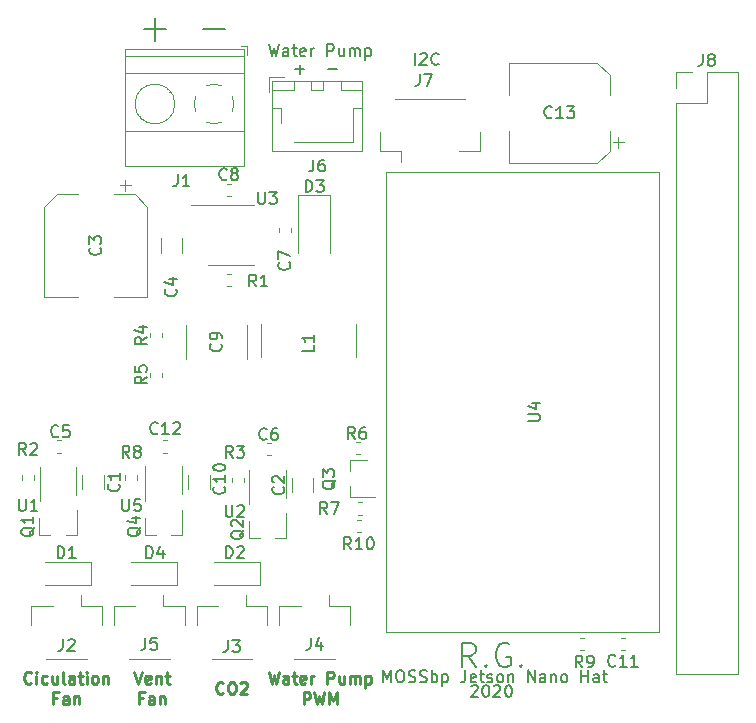
<source format=gbr>
G04 #@! TF.GenerationSoftware,KiCad,Pcbnew,5.1.5-52549c5~84~ubuntu18.04.1*
G04 #@! TF.CreationDate,2020-01-27T13:55:18+13:00*
G04 #@! TF.ProjectId,MOSSbp_Jetson_Nano_Board,4d4f5353-6270-45f4-9a65-74736f6e5f4e,V0.1*
G04 #@! TF.SameCoordinates,Original*
G04 #@! TF.FileFunction,Legend,Top*
G04 #@! TF.FilePolarity,Positive*
%FSLAX46Y46*%
G04 Gerber Fmt 4.6, Leading zero omitted, Abs format (unit mm)*
G04 Created by KiCad (PCBNEW 5.1.5-52549c5~84~ubuntu18.04.1) date 2020-01-27 13:55:18*
%MOMM*%
%LPD*%
G04 APERTURE LIST*
%ADD10C,0.150000*%
%ADD11C,0.250000*%
%ADD12C,0.120000*%
G04 APERTURE END LIST*
D10*
X153785714Y-117547619D02*
X153833333Y-117500000D01*
X153928571Y-117452380D01*
X154166666Y-117452380D01*
X154261904Y-117500000D01*
X154309523Y-117547619D01*
X154357142Y-117642857D01*
X154357142Y-117738095D01*
X154309523Y-117880952D01*
X153738095Y-118452380D01*
X154357142Y-118452380D01*
X154976190Y-117452380D02*
X155071428Y-117452380D01*
X155166666Y-117500000D01*
X155214285Y-117547619D01*
X155261904Y-117642857D01*
X155309523Y-117833333D01*
X155309523Y-118071428D01*
X155261904Y-118261904D01*
X155214285Y-118357142D01*
X155166666Y-118404761D01*
X155071428Y-118452380D01*
X154976190Y-118452380D01*
X154880952Y-118404761D01*
X154833333Y-118357142D01*
X154785714Y-118261904D01*
X154738095Y-118071428D01*
X154738095Y-117833333D01*
X154785714Y-117642857D01*
X154833333Y-117547619D01*
X154880952Y-117500000D01*
X154976190Y-117452380D01*
X155690476Y-117547619D02*
X155738095Y-117500000D01*
X155833333Y-117452380D01*
X156071428Y-117452380D01*
X156166666Y-117500000D01*
X156214285Y-117547619D01*
X156261904Y-117642857D01*
X156261904Y-117738095D01*
X156214285Y-117880952D01*
X155642857Y-118452380D01*
X156261904Y-118452380D01*
X156880952Y-117452380D02*
X156976190Y-117452380D01*
X157071428Y-117500000D01*
X157119047Y-117547619D01*
X157166666Y-117642857D01*
X157214285Y-117833333D01*
X157214285Y-118071428D01*
X157166666Y-118261904D01*
X157119047Y-118357142D01*
X157071428Y-118404761D01*
X156976190Y-118452380D01*
X156880952Y-118452380D01*
X156785714Y-118404761D01*
X156738095Y-118357142D01*
X156690476Y-118261904D01*
X156642857Y-118071428D01*
X156642857Y-117833333D01*
X156690476Y-117642857D01*
X156738095Y-117547619D01*
X156785714Y-117500000D01*
X156880952Y-117452380D01*
X146345238Y-117202380D02*
X146345238Y-116202380D01*
X146678571Y-116916666D01*
X147011904Y-116202380D01*
X147011904Y-117202380D01*
X147678571Y-116202380D02*
X147869047Y-116202380D01*
X147964285Y-116250000D01*
X148059523Y-116345238D01*
X148107142Y-116535714D01*
X148107142Y-116869047D01*
X148059523Y-117059523D01*
X147964285Y-117154761D01*
X147869047Y-117202380D01*
X147678571Y-117202380D01*
X147583333Y-117154761D01*
X147488095Y-117059523D01*
X147440476Y-116869047D01*
X147440476Y-116535714D01*
X147488095Y-116345238D01*
X147583333Y-116250000D01*
X147678571Y-116202380D01*
X148488095Y-117154761D02*
X148630952Y-117202380D01*
X148869047Y-117202380D01*
X148964285Y-117154761D01*
X149011904Y-117107142D01*
X149059523Y-117011904D01*
X149059523Y-116916666D01*
X149011904Y-116821428D01*
X148964285Y-116773809D01*
X148869047Y-116726190D01*
X148678571Y-116678571D01*
X148583333Y-116630952D01*
X148535714Y-116583333D01*
X148488095Y-116488095D01*
X148488095Y-116392857D01*
X148535714Y-116297619D01*
X148583333Y-116250000D01*
X148678571Y-116202380D01*
X148916666Y-116202380D01*
X149059523Y-116250000D01*
X149440476Y-117154761D02*
X149583333Y-117202380D01*
X149821428Y-117202380D01*
X149916666Y-117154761D01*
X149964285Y-117107142D01*
X150011904Y-117011904D01*
X150011904Y-116916666D01*
X149964285Y-116821428D01*
X149916666Y-116773809D01*
X149821428Y-116726190D01*
X149630952Y-116678571D01*
X149535714Y-116630952D01*
X149488095Y-116583333D01*
X149440476Y-116488095D01*
X149440476Y-116392857D01*
X149488095Y-116297619D01*
X149535714Y-116250000D01*
X149630952Y-116202380D01*
X149869047Y-116202380D01*
X150011904Y-116250000D01*
X150440476Y-117202380D02*
X150440476Y-116202380D01*
X150440476Y-116583333D02*
X150535714Y-116535714D01*
X150726190Y-116535714D01*
X150821428Y-116583333D01*
X150869047Y-116630952D01*
X150916666Y-116726190D01*
X150916666Y-117011904D01*
X150869047Y-117107142D01*
X150821428Y-117154761D01*
X150726190Y-117202380D01*
X150535714Y-117202380D01*
X150440476Y-117154761D01*
X151345238Y-116535714D02*
X151345238Y-117535714D01*
X151345238Y-116583333D02*
X151440476Y-116535714D01*
X151630952Y-116535714D01*
X151726190Y-116583333D01*
X151773809Y-116630952D01*
X151821428Y-116726190D01*
X151821428Y-117011904D01*
X151773809Y-117107142D01*
X151726190Y-117154761D01*
X151630952Y-117202380D01*
X151440476Y-117202380D01*
X151345238Y-117154761D01*
X153297619Y-116202380D02*
X153297619Y-116916666D01*
X153250000Y-117059523D01*
X153154761Y-117154761D01*
X153011904Y-117202380D01*
X152916666Y-117202380D01*
X154154761Y-117154761D02*
X154059523Y-117202380D01*
X153869047Y-117202380D01*
X153773809Y-117154761D01*
X153726190Y-117059523D01*
X153726190Y-116678571D01*
X153773809Y-116583333D01*
X153869047Y-116535714D01*
X154059523Y-116535714D01*
X154154761Y-116583333D01*
X154202380Y-116678571D01*
X154202380Y-116773809D01*
X153726190Y-116869047D01*
X154488095Y-116535714D02*
X154869047Y-116535714D01*
X154630952Y-116202380D02*
X154630952Y-117059523D01*
X154678571Y-117154761D01*
X154773809Y-117202380D01*
X154869047Y-117202380D01*
X155154761Y-117154761D02*
X155250000Y-117202380D01*
X155440476Y-117202380D01*
X155535714Y-117154761D01*
X155583333Y-117059523D01*
X155583333Y-117011904D01*
X155535714Y-116916666D01*
X155440476Y-116869047D01*
X155297619Y-116869047D01*
X155202380Y-116821428D01*
X155154761Y-116726190D01*
X155154761Y-116678571D01*
X155202380Y-116583333D01*
X155297619Y-116535714D01*
X155440476Y-116535714D01*
X155535714Y-116583333D01*
X156154761Y-117202380D02*
X156059523Y-117154761D01*
X156011904Y-117107142D01*
X155964285Y-117011904D01*
X155964285Y-116726190D01*
X156011904Y-116630952D01*
X156059523Y-116583333D01*
X156154761Y-116535714D01*
X156297619Y-116535714D01*
X156392857Y-116583333D01*
X156440476Y-116630952D01*
X156488095Y-116726190D01*
X156488095Y-117011904D01*
X156440476Y-117107142D01*
X156392857Y-117154761D01*
X156297619Y-117202380D01*
X156154761Y-117202380D01*
X156916666Y-116535714D02*
X156916666Y-117202380D01*
X156916666Y-116630952D02*
X156964285Y-116583333D01*
X157059523Y-116535714D01*
X157202380Y-116535714D01*
X157297619Y-116583333D01*
X157345238Y-116678571D01*
X157345238Y-117202380D01*
X158583333Y-117202380D02*
X158583333Y-116202380D01*
X159154761Y-117202380D01*
X159154761Y-116202380D01*
X160059523Y-117202380D02*
X160059523Y-116678571D01*
X160011904Y-116583333D01*
X159916666Y-116535714D01*
X159726190Y-116535714D01*
X159630952Y-116583333D01*
X160059523Y-117154761D02*
X159964285Y-117202380D01*
X159726190Y-117202380D01*
X159630952Y-117154761D01*
X159583333Y-117059523D01*
X159583333Y-116964285D01*
X159630952Y-116869047D01*
X159726190Y-116821428D01*
X159964285Y-116821428D01*
X160059523Y-116773809D01*
X160535714Y-116535714D02*
X160535714Y-117202380D01*
X160535714Y-116630952D02*
X160583333Y-116583333D01*
X160678571Y-116535714D01*
X160821428Y-116535714D01*
X160916666Y-116583333D01*
X160964285Y-116678571D01*
X160964285Y-117202380D01*
X161583333Y-117202380D02*
X161488095Y-117154761D01*
X161440476Y-117107142D01*
X161392857Y-117011904D01*
X161392857Y-116726190D01*
X161440476Y-116630952D01*
X161488095Y-116583333D01*
X161583333Y-116535714D01*
X161726190Y-116535714D01*
X161821428Y-116583333D01*
X161869047Y-116630952D01*
X161916666Y-116726190D01*
X161916666Y-117011904D01*
X161869047Y-117107142D01*
X161821428Y-117154761D01*
X161726190Y-117202380D01*
X161583333Y-117202380D01*
X163107142Y-117202380D02*
X163107142Y-116202380D01*
X163107142Y-116678571D02*
X163678571Y-116678571D01*
X163678571Y-117202380D02*
X163678571Y-116202380D01*
X164583333Y-117202380D02*
X164583333Y-116678571D01*
X164535714Y-116583333D01*
X164440476Y-116535714D01*
X164250000Y-116535714D01*
X164154761Y-116583333D01*
X164583333Y-117154761D02*
X164488095Y-117202380D01*
X164250000Y-117202380D01*
X164154761Y-117154761D01*
X164107142Y-117059523D01*
X164107142Y-116964285D01*
X164154761Y-116869047D01*
X164250000Y-116821428D01*
X164488095Y-116821428D01*
X164583333Y-116773809D01*
X164916666Y-116535714D02*
X165297619Y-116535714D01*
X165059523Y-116202380D02*
X165059523Y-117059523D01*
X165107142Y-117154761D01*
X165202380Y-117202380D01*
X165297619Y-117202380D01*
X154166666Y-115904761D02*
X153500000Y-114952380D01*
X153023809Y-115904761D02*
X153023809Y-113904761D01*
X153785714Y-113904761D01*
X153976190Y-114000000D01*
X154071428Y-114095238D01*
X154166666Y-114285714D01*
X154166666Y-114571428D01*
X154071428Y-114761904D01*
X153976190Y-114857142D01*
X153785714Y-114952380D01*
X153023809Y-114952380D01*
X155023809Y-115714285D02*
X155119047Y-115809523D01*
X155023809Y-115904761D01*
X154928571Y-115809523D01*
X155023809Y-115714285D01*
X155023809Y-115904761D01*
X157023809Y-114000000D02*
X156833333Y-113904761D01*
X156547619Y-113904761D01*
X156261904Y-114000000D01*
X156071428Y-114190476D01*
X155976190Y-114380952D01*
X155880952Y-114761904D01*
X155880952Y-115047619D01*
X155976190Y-115428571D01*
X156071428Y-115619047D01*
X156261904Y-115809523D01*
X156547619Y-115904761D01*
X156738095Y-115904761D01*
X157023809Y-115809523D01*
X157119047Y-115714285D01*
X157119047Y-115047619D01*
X156738095Y-115047619D01*
X157976190Y-115714285D02*
X158071428Y-115809523D01*
X157976190Y-115904761D01*
X157880952Y-115809523D01*
X157976190Y-115714285D01*
X157976190Y-115904761D01*
X141619047Y-65321428D02*
X142380952Y-65321428D01*
X138869047Y-65321428D02*
X139630952Y-65321428D01*
X139250000Y-65702380D02*
X139250000Y-64940476D01*
D11*
X136642857Y-116327380D02*
X136880952Y-117327380D01*
X137071428Y-116613095D01*
X137261904Y-117327380D01*
X137500000Y-116327380D01*
X138309523Y-117327380D02*
X138309523Y-116803571D01*
X138261904Y-116708333D01*
X138166666Y-116660714D01*
X137976190Y-116660714D01*
X137880952Y-116708333D01*
X138309523Y-117279761D02*
X138214285Y-117327380D01*
X137976190Y-117327380D01*
X137880952Y-117279761D01*
X137833333Y-117184523D01*
X137833333Y-117089285D01*
X137880952Y-116994047D01*
X137976190Y-116946428D01*
X138214285Y-116946428D01*
X138309523Y-116898809D01*
X138642857Y-116660714D02*
X139023809Y-116660714D01*
X138785714Y-116327380D02*
X138785714Y-117184523D01*
X138833333Y-117279761D01*
X138928571Y-117327380D01*
X139023809Y-117327380D01*
X139738095Y-117279761D02*
X139642857Y-117327380D01*
X139452380Y-117327380D01*
X139357142Y-117279761D01*
X139309523Y-117184523D01*
X139309523Y-116803571D01*
X139357142Y-116708333D01*
X139452380Y-116660714D01*
X139642857Y-116660714D01*
X139738095Y-116708333D01*
X139785714Y-116803571D01*
X139785714Y-116898809D01*
X139309523Y-116994047D01*
X140214285Y-117327380D02*
X140214285Y-116660714D01*
X140214285Y-116851190D02*
X140261904Y-116755952D01*
X140309523Y-116708333D01*
X140404761Y-116660714D01*
X140500000Y-116660714D01*
X141595238Y-117327380D02*
X141595238Y-116327380D01*
X141976190Y-116327380D01*
X142071428Y-116375000D01*
X142119047Y-116422619D01*
X142166666Y-116517857D01*
X142166666Y-116660714D01*
X142119047Y-116755952D01*
X142071428Y-116803571D01*
X141976190Y-116851190D01*
X141595238Y-116851190D01*
X143023809Y-116660714D02*
X143023809Y-117327380D01*
X142595238Y-116660714D02*
X142595238Y-117184523D01*
X142642857Y-117279761D01*
X142738095Y-117327380D01*
X142880952Y-117327380D01*
X142976190Y-117279761D01*
X143023809Y-117232142D01*
X143500000Y-117327380D02*
X143500000Y-116660714D01*
X143500000Y-116755952D02*
X143547619Y-116708333D01*
X143642857Y-116660714D01*
X143785714Y-116660714D01*
X143880952Y-116708333D01*
X143928571Y-116803571D01*
X143928571Y-117327380D01*
X143928571Y-116803571D02*
X143976190Y-116708333D01*
X144071428Y-116660714D01*
X144214285Y-116660714D01*
X144309523Y-116708333D01*
X144357142Y-116803571D01*
X144357142Y-117327380D01*
X144833333Y-116660714D02*
X144833333Y-117660714D01*
X144833333Y-116708333D02*
X144928571Y-116660714D01*
X145119047Y-116660714D01*
X145214285Y-116708333D01*
X145261904Y-116755952D01*
X145309523Y-116851190D01*
X145309523Y-117136904D01*
X145261904Y-117232142D01*
X145214285Y-117279761D01*
X145119047Y-117327380D01*
X144928571Y-117327380D01*
X144833333Y-117279761D01*
X139595238Y-119077380D02*
X139595238Y-118077380D01*
X139976190Y-118077380D01*
X140071428Y-118125000D01*
X140119047Y-118172619D01*
X140166666Y-118267857D01*
X140166666Y-118410714D01*
X140119047Y-118505952D01*
X140071428Y-118553571D01*
X139976190Y-118601190D01*
X139595238Y-118601190D01*
X140500000Y-118077380D02*
X140738095Y-119077380D01*
X140928571Y-118363095D01*
X141119047Y-119077380D01*
X141357142Y-118077380D01*
X141738095Y-119077380D02*
X141738095Y-118077380D01*
X142071428Y-118791666D01*
X142404761Y-118077380D01*
X142404761Y-119077380D01*
X132809523Y-118107142D02*
X132761904Y-118154761D01*
X132619047Y-118202380D01*
X132523809Y-118202380D01*
X132380952Y-118154761D01*
X132285714Y-118059523D01*
X132238095Y-117964285D01*
X132190476Y-117773809D01*
X132190476Y-117630952D01*
X132238095Y-117440476D01*
X132285714Y-117345238D01*
X132380952Y-117250000D01*
X132523809Y-117202380D01*
X132619047Y-117202380D01*
X132761904Y-117250000D01*
X132809523Y-117297619D01*
X133428571Y-117202380D02*
X133619047Y-117202380D01*
X133714285Y-117250000D01*
X133809523Y-117345238D01*
X133857142Y-117535714D01*
X133857142Y-117869047D01*
X133809523Y-118059523D01*
X133714285Y-118154761D01*
X133619047Y-118202380D01*
X133428571Y-118202380D01*
X133333333Y-118154761D01*
X133238095Y-118059523D01*
X133190476Y-117869047D01*
X133190476Y-117535714D01*
X133238095Y-117345238D01*
X133333333Y-117250000D01*
X133428571Y-117202380D01*
X134238095Y-117297619D02*
X134285714Y-117250000D01*
X134380952Y-117202380D01*
X134619047Y-117202380D01*
X134714285Y-117250000D01*
X134761904Y-117297619D01*
X134809523Y-117392857D01*
X134809523Y-117488095D01*
X134761904Y-117630952D01*
X134190476Y-118202380D01*
X134809523Y-118202380D01*
X125250000Y-116327380D02*
X125583333Y-117327380D01*
X125916666Y-116327380D01*
X126630952Y-117279761D02*
X126535714Y-117327380D01*
X126345238Y-117327380D01*
X126250000Y-117279761D01*
X126202380Y-117184523D01*
X126202380Y-116803571D01*
X126250000Y-116708333D01*
X126345238Y-116660714D01*
X126535714Y-116660714D01*
X126630952Y-116708333D01*
X126678571Y-116803571D01*
X126678571Y-116898809D01*
X126202380Y-116994047D01*
X127107142Y-116660714D02*
X127107142Y-117327380D01*
X127107142Y-116755952D02*
X127154761Y-116708333D01*
X127250000Y-116660714D01*
X127392857Y-116660714D01*
X127488095Y-116708333D01*
X127535714Y-116803571D01*
X127535714Y-117327380D01*
X127869047Y-116660714D02*
X128250000Y-116660714D01*
X128011904Y-116327380D02*
X128011904Y-117184523D01*
X128059523Y-117279761D01*
X128154761Y-117327380D01*
X128250000Y-117327380D01*
X125988095Y-118553571D02*
X125654761Y-118553571D01*
X125654761Y-119077380D02*
X125654761Y-118077380D01*
X126130952Y-118077380D01*
X126940476Y-119077380D02*
X126940476Y-118553571D01*
X126892857Y-118458333D01*
X126797619Y-118410714D01*
X126607142Y-118410714D01*
X126511904Y-118458333D01*
X126940476Y-119029761D02*
X126845238Y-119077380D01*
X126607142Y-119077380D01*
X126511904Y-119029761D01*
X126464285Y-118934523D01*
X126464285Y-118839285D01*
X126511904Y-118744047D01*
X126607142Y-118696428D01*
X126845238Y-118696428D01*
X126940476Y-118648809D01*
X127416666Y-118410714D02*
X127416666Y-119077380D01*
X127416666Y-118505952D02*
X127464285Y-118458333D01*
X127559523Y-118410714D01*
X127702380Y-118410714D01*
X127797619Y-118458333D01*
X127845238Y-118553571D01*
X127845238Y-119077380D01*
X116547619Y-117232142D02*
X116500000Y-117279761D01*
X116357142Y-117327380D01*
X116261904Y-117327380D01*
X116119047Y-117279761D01*
X116023809Y-117184523D01*
X115976190Y-117089285D01*
X115928571Y-116898809D01*
X115928571Y-116755952D01*
X115976190Y-116565476D01*
X116023809Y-116470238D01*
X116119047Y-116375000D01*
X116261904Y-116327380D01*
X116357142Y-116327380D01*
X116500000Y-116375000D01*
X116547619Y-116422619D01*
X116976190Y-117327380D02*
X116976190Y-116660714D01*
X116976190Y-116327380D02*
X116928571Y-116375000D01*
X116976190Y-116422619D01*
X117023809Y-116375000D01*
X116976190Y-116327380D01*
X116976190Y-116422619D01*
X117880952Y-117279761D02*
X117785714Y-117327380D01*
X117595238Y-117327380D01*
X117500000Y-117279761D01*
X117452380Y-117232142D01*
X117404761Y-117136904D01*
X117404761Y-116851190D01*
X117452380Y-116755952D01*
X117500000Y-116708333D01*
X117595238Y-116660714D01*
X117785714Y-116660714D01*
X117880952Y-116708333D01*
X118738095Y-116660714D02*
X118738095Y-117327380D01*
X118309523Y-116660714D02*
X118309523Y-117184523D01*
X118357142Y-117279761D01*
X118452380Y-117327380D01*
X118595238Y-117327380D01*
X118690476Y-117279761D01*
X118738095Y-117232142D01*
X119357142Y-117327380D02*
X119261904Y-117279761D01*
X119214285Y-117184523D01*
X119214285Y-116327380D01*
X120166666Y-117327380D02*
X120166666Y-116803571D01*
X120119047Y-116708333D01*
X120023809Y-116660714D01*
X119833333Y-116660714D01*
X119738095Y-116708333D01*
X120166666Y-117279761D02*
X120071428Y-117327380D01*
X119833333Y-117327380D01*
X119738095Y-117279761D01*
X119690476Y-117184523D01*
X119690476Y-117089285D01*
X119738095Y-116994047D01*
X119833333Y-116946428D01*
X120071428Y-116946428D01*
X120166666Y-116898809D01*
X120500000Y-116660714D02*
X120880952Y-116660714D01*
X120642857Y-116327380D02*
X120642857Y-117184523D01*
X120690476Y-117279761D01*
X120785714Y-117327380D01*
X120880952Y-117327380D01*
X121214285Y-117327380D02*
X121214285Y-116660714D01*
X121214285Y-116327380D02*
X121166666Y-116375000D01*
X121214285Y-116422619D01*
X121261904Y-116375000D01*
X121214285Y-116327380D01*
X121214285Y-116422619D01*
X121833333Y-117327380D02*
X121738095Y-117279761D01*
X121690476Y-117232142D01*
X121642857Y-117136904D01*
X121642857Y-116851190D01*
X121690476Y-116755952D01*
X121738095Y-116708333D01*
X121833333Y-116660714D01*
X121976190Y-116660714D01*
X122071428Y-116708333D01*
X122119047Y-116755952D01*
X122166666Y-116851190D01*
X122166666Y-117136904D01*
X122119047Y-117232142D01*
X122071428Y-117279761D01*
X121976190Y-117327380D01*
X121833333Y-117327380D01*
X122595238Y-116660714D02*
X122595238Y-117327380D01*
X122595238Y-116755952D02*
X122642857Y-116708333D01*
X122738095Y-116660714D01*
X122880952Y-116660714D01*
X122976190Y-116708333D01*
X123023809Y-116803571D01*
X123023809Y-117327380D01*
X118738095Y-118553571D02*
X118404761Y-118553571D01*
X118404761Y-119077380D02*
X118404761Y-118077380D01*
X118880952Y-118077380D01*
X119690476Y-119077380D02*
X119690476Y-118553571D01*
X119642857Y-118458333D01*
X119547619Y-118410714D01*
X119357142Y-118410714D01*
X119261904Y-118458333D01*
X119690476Y-119029761D02*
X119595238Y-119077380D01*
X119357142Y-119077380D01*
X119261904Y-119029761D01*
X119214285Y-118934523D01*
X119214285Y-118839285D01*
X119261904Y-118744047D01*
X119357142Y-118696428D01*
X119595238Y-118696428D01*
X119690476Y-118648809D01*
X120166666Y-118410714D02*
X120166666Y-119077380D01*
X120166666Y-118505952D02*
X120214285Y-118458333D01*
X120309523Y-118410714D01*
X120452380Y-118410714D01*
X120547619Y-118458333D01*
X120595238Y-118553571D01*
X120595238Y-119077380D01*
D10*
X149023809Y-64952380D02*
X149023809Y-63952380D01*
X149452380Y-64047619D02*
X149500000Y-64000000D01*
X149595238Y-63952380D01*
X149833333Y-63952380D01*
X149928571Y-64000000D01*
X149976190Y-64047619D01*
X150023809Y-64142857D01*
X150023809Y-64238095D01*
X149976190Y-64380952D01*
X149404761Y-64952380D01*
X150023809Y-64952380D01*
X151023809Y-64857142D02*
X150976190Y-64904761D01*
X150833333Y-64952380D01*
X150738095Y-64952380D01*
X150595238Y-64904761D01*
X150500000Y-64809523D01*
X150452380Y-64714285D01*
X150404761Y-64523809D01*
X150404761Y-64380952D01*
X150452380Y-64190476D01*
X150500000Y-64095238D01*
X150595238Y-64000000D01*
X150738095Y-63952380D01*
X150833333Y-63952380D01*
X150976190Y-64000000D01*
X151023809Y-64047619D01*
X136642857Y-63202380D02*
X136880952Y-64202380D01*
X137071428Y-63488095D01*
X137261904Y-64202380D01*
X137500000Y-63202380D01*
X138309523Y-64202380D02*
X138309523Y-63678571D01*
X138261904Y-63583333D01*
X138166666Y-63535714D01*
X137976190Y-63535714D01*
X137880952Y-63583333D01*
X138309523Y-64154761D02*
X138214285Y-64202380D01*
X137976190Y-64202380D01*
X137880952Y-64154761D01*
X137833333Y-64059523D01*
X137833333Y-63964285D01*
X137880952Y-63869047D01*
X137976190Y-63821428D01*
X138214285Y-63821428D01*
X138309523Y-63773809D01*
X138642857Y-63535714D02*
X139023809Y-63535714D01*
X138785714Y-63202380D02*
X138785714Y-64059523D01*
X138833333Y-64154761D01*
X138928571Y-64202380D01*
X139023809Y-64202380D01*
X139738095Y-64154761D02*
X139642857Y-64202380D01*
X139452380Y-64202380D01*
X139357142Y-64154761D01*
X139309523Y-64059523D01*
X139309523Y-63678571D01*
X139357142Y-63583333D01*
X139452380Y-63535714D01*
X139642857Y-63535714D01*
X139738095Y-63583333D01*
X139785714Y-63678571D01*
X139785714Y-63773809D01*
X139309523Y-63869047D01*
X140214285Y-64202380D02*
X140214285Y-63535714D01*
X140214285Y-63726190D02*
X140261904Y-63630952D01*
X140309523Y-63583333D01*
X140404761Y-63535714D01*
X140500000Y-63535714D01*
X141595238Y-64202380D02*
X141595238Y-63202380D01*
X141976190Y-63202380D01*
X142071428Y-63250000D01*
X142119047Y-63297619D01*
X142166666Y-63392857D01*
X142166666Y-63535714D01*
X142119047Y-63630952D01*
X142071428Y-63678571D01*
X141976190Y-63726190D01*
X141595238Y-63726190D01*
X143023809Y-63535714D02*
X143023809Y-64202380D01*
X142595238Y-63535714D02*
X142595238Y-64059523D01*
X142642857Y-64154761D01*
X142738095Y-64202380D01*
X142880952Y-64202380D01*
X142976190Y-64154761D01*
X143023809Y-64107142D01*
X143500000Y-64202380D02*
X143500000Y-63535714D01*
X143500000Y-63630952D02*
X143547619Y-63583333D01*
X143642857Y-63535714D01*
X143785714Y-63535714D01*
X143880952Y-63583333D01*
X143928571Y-63678571D01*
X143928571Y-64202380D01*
X143928571Y-63678571D02*
X143976190Y-63583333D01*
X144071428Y-63535714D01*
X144214285Y-63535714D01*
X144309523Y-63583333D01*
X144357142Y-63678571D01*
X144357142Y-64202380D01*
X144833333Y-63535714D02*
X144833333Y-64535714D01*
X144833333Y-63583333D02*
X144928571Y-63535714D01*
X145119047Y-63535714D01*
X145214285Y-63583333D01*
X145261904Y-63630952D01*
X145309523Y-63726190D01*
X145309523Y-64011904D01*
X145261904Y-64107142D01*
X145214285Y-64154761D01*
X145119047Y-64202380D01*
X144928571Y-64202380D01*
X144833333Y-64154761D01*
X131047619Y-61928571D02*
X132952380Y-61928571D01*
X126047619Y-61928571D02*
X127952380Y-61928571D01*
X127000000Y-62880952D02*
X127000000Y-60976190D01*
D12*
X169650000Y-112970000D02*
X146540000Y-112970000D01*
X169650000Y-73980000D02*
X169650000Y-112970000D01*
X146540000Y-73980000D02*
X169650000Y-73980000D01*
X146540000Y-112970000D02*
X146540000Y-73980000D01*
X128900000Y-109000000D02*
X125000000Y-109000000D01*
X128900000Y-107000000D02*
X125000000Y-107000000D01*
X128900000Y-109000000D02*
X128900000Y-107000000D01*
X135900000Y-109000000D02*
X132000000Y-109000000D01*
X135900000Y-107000000D02*
X132000000Y-107000000D01*
X135900000Y-109000000D02*
X135900000Y-107000000D01*
X121600000Y-109000000D02*
X117700000Y-109000000D01*
X121600000Y-107000000D02*
X117700000Y-107000000D01*
X121600000Y-109000000D02*
X121600000Y-107000000D01*
X144000000Y-89640000D02*
X144000000Y-86840000D01*
X136000000Y-89640000D02*
X136000000Y-86840000D01*
X126200000Y-98900000D02*
X126200000Y-101850000D01*
X129300000Y-101300000D02*
X129300000Y-98900000D01*
X133480000Y-76780000D02*
X130030000Y-76780000D01*
X133480000Y-76780000D02*
X135430000Y-76780000D01*
X133480000Y-81900000D02*
X131530000Y-81900000D01*
X133480000Y-81900000D02*
X135430000Y-81900000D01*
X135000000Y-99200000D02*
X135000000Y-102150000D01*
X138100000Y-101600000D02*
X138100000Y-99200000D01*
X117250000Y-98950000D02*
X117250000Y-101900000D01*
X120350000Y-101350000D02*
X120350000Y-98950000D01*
X144421267Y-103490000D02*
X144078733Y-103490000D01*
X144421267Y-104510000D02*
X144078733Y-104510000D01*
X162953733Y-114510000D02*
X163296267Y-114510000D01*
X162953733Y-113490000D02*
X163296267Y-113490000D01*
X124490000Y-99703733D02*
X124490000Y-100046267D01*
X125510000Y-99703733D02*
X125510000Y-100046267D01*
X144203733Y-103010000D02*
X144546267Y-103010000D01*
X144203733Y-101990000D02*
X144546267Y-101990000D01*
X144396267Y-96890000D02*
X144053733Y-96890000D01*
X144396267Y-97910000D02*
X144053733Y-97910000D01*
X126620000Y-90993733D02*
X126620000Y-91336267D01*
X127640000Y-90993733D02*
X127640000Y-91336267D01*
X126620000Y-87663733D02*
X126620000Y-88006267D01*
X127640000Y-87663733D02*
X127640000Y-88006267D01*
X133490000Y-99953733D02*
X133490000Y-100296267D01*
X134510000Y-99953733D02*
X134510000Y-100296267D01*
X115740000Y-99703733D02*
X115740000Y-100046267D01*
X116760000Y-99703733D02*
X116760000Y-100046267D01*
X133068733Y-83660000D02*
X133411267Y-83660000D01*
X133068733Y-82640000D02*
X133411267Y-82640000D01*
X126170000Y-104760000D02*
X126170000Y-103300000D01*
X129330000Y-104760000D02*
X129330000Y-102600000D01*
X129330000Y-104760000D02*
X128400000Y-104760000D01*
X126170000Y-104760000D02*
X127100000Y-104760000D01*
X143490000Y-98370000D02*
X144950000Y-98370000D01*
X143490000Y-101530000D02*
X145650000Y-101530000D01*
X143490000Y-101530000D02*
X143490000Y-100600000D01*
X143490000Y-98370000D02*
X143490000Y-99300000D01*
X134970000Y-105010000D02*
X134970000Y-103550000D01*
X138130000Y-105010000D02*
X138130000Y-102850000D01*
X138130000Y-105010000D02*
X137200000Y-105010000D01*
X134970000Y-105010000D02*
X135900000Y-105010000D01*
X117220000Y-104760000D02*
X117220000Y-103300000D01*
X120380000Y-104760000D02*
X120380000Y-102600000D01*
X120380000Y-104760000D02*
X119450000Y-104760000D01*
X117220000Y-104760000D02*
X118150000Y-104760000D01*
X171130000Y-65570000D02*
X172460000Y-65570000D01*
X171130000Y-66900000D02*
X171130000Y-65570000D01*
X173730000Y-65570000D02*
X176330000Y-65570000D01*
X173730000Y-68170000D02*
X173730000Y-65570000D01*
X171130000Y-68170000D02*
X173730000Y-68170000D01*
X176330000Y-65570000D02*
X176330000Y-116490000D01*
X171130000Y-68170000D02*
X171130000Y-116490000D01*
X171130000Y-116490000D02*
X176330000Y-116490000D01*
X147310000Y-67790000D02*
X153240000Y-67790000D01*
X154510000Y-72260000D02*
X152710000Y-72260000D01*
X154510000Y-70660000D02*
X154510000Y-72260000D01*
X147840000Y-72260000D02*
X147840000Y-73200000D01*
X146040000Y-72260000D02*
X147840000Y-72260000D01*
X146040000Y-70660000D02*
X146040000Y-72260000D01*
X136650000Y-66000000D02*
X136650000Y-67250000D01*
X137900000Y-66000000D02*
X136650000Y-66000000D01*
X143800000Y-71500000D02*
X140750000Y-71500000D01*
X143800000Y-68550000D02*
X143800000Y-71500000D01*
X144550000Y-68550000D02*
X143800000Y-68550000D01*
X140750000Y-71500000D02*
X138760000Y-71500000D01*
X137700000Y-68550000D02*
X137700000Y-69890000D01*
X136950000Y-68550000D02*
X137700000Y-68550000D01*
X144550000Y-66300000D02*
X142750000Y-66300000D01*
X144550000Y-67050000D02*
X144550000Y-66300000D01*
X142750000Y-67050000D02*
X144550000Y-67050000D01*
X142750000Y-66300000D02*
X142750000Y-67050000D01*
X138750000Y-66300000D02*
X136950000Y-66300000D01*
X138750000Y-67050000D02*
X138750000Y-66300000D01*
X136950000Y-67050000D02*
X138750000Y-67050000D01*
X136950000Y-66300000D02*
X136950000Y-67050000D01*
X141250000Y-66300000D02*
X140250000Y-66300000D01*
X141250000Y-67050000D02*
X141250000Y-66300000D01*
X140250000Y-67050000D02*
X141250000Y-67050000D01*
X140250000Y-66300000D02*
X140250000Y-67050000D01*
X144560000Y-66290000D02*
X136940000Y-66290000D01*
X144560000Y-72260000D02*
X144560000Y-66290000D01*
X136940000Y-72260000D02*
X144560000Y-72260000D01*
X136940000Y-66290000D02*
X136940000Y-72260000D01*
X128240000Y-115210000D02*
X124810000Y-115210000D01*
X123540000Y-110740000D02*
X125340000Y-110740000D01*
X123540000Y-112340000D02*
X123540000Y-110740000D01*
X127710000Y-110740000D02*
X127710000Y-109800000D01*
X129510000Y-110740000D02*
X127710000Y-110740000D01*
X129510000Y-112340000D02*
X129510000Y-110740000D01*
X142240000Y-115210000D02*
X138810000Y-115210000D01*
X137540000Y-110740000D02*
X139340000Y-110740000D01*
X137540000Y-112340000D02*
X137540000Y-110740000D01*
X141710000Y-110740000D02*
X141710000Y-109800000D01*
X143510000Y-110740000D02*
X141710000Y-110740000D01*
X143510000Y-112340000D02*
X143510000Y-110740000D01*
X135240000Y-115210000D02*
X131810000Y-115210000D01*
X130540000Y-110740000D02*
X132340000Y-110740000D01*
X130540000Y-112340000D02*
X130540000Y-110740000D01*
X134710000Y-110740000D02*
X134710000Y-109800000D01*
X136510000Y-110740000D02*
X134710000Y-110740000D01*
X136510000Y-112340000D02*
X136510000Y-110740000D01*
X121240000Y-115210000D02*
X117810000Y-115210000D01*
X116540000Y-110740000D02*
X118340000Y-110740000D01*
X116540000Y-112340000D02*
X116540000Y-110740000D01*
X120710000Y-110740000D02*
X120710000Y-109800000D01*
X122510000Y-110740000D02*
X120710000Y-110740000D01*
X122510000Y-112340000D02*
X122510000Y-110740000D01*
X134800000Y-63350000D02*
X134300000Y-63350000D01*
X134800000Y-64090000D02*
X134800000Y-63350000D01*
X128227000Y-67227000D02*
X128274000Y-67181000D01*
X125930000Y-69525000D02*
X125965000Y-69489000D01*
X128034000Y-67011000D02*
X128069000Y-66976000D01*
X125725000Y-69319000D02*
X125772000Y-69273000D01*
X124440000Y-73511000D02*
X124440000Y-63590000D01*
X134560000Y-73511000D02*
X134560000Y-63590000D01*
X134560000Y-63590000D02*
X124440000Y-63590000D01*
X134560000Y-73511000D02*
X124440000Y-73511000D01*
X134560000Y-70551000D02*
X124440000Y-70551000D01*
X134560000Y-65650000D02*
X124440000Y-65650000D01*
X134560000Y-64150000D02*
X124440000Y-64150000D01*
X128680000Y-68250000D02*
G75*
G03X128680000Y-68250000I-1680000J0D01*
G01*
X131971195Y-66569747D02*
G75*
G02X132684000Y-66715000I28805J-1680253D01*
G01*
X133535426Y-67566958D02*
G75*
G02X133535000Y-68934000I-1535426J-683042D01*
G01*
X132683042Y-69785426D02*
G75*
G02X131316000Y-69785000I-683042J1535426D01*
G01*
X130464574Y-68933042D02*
G75*
G02X130465000Y-67566000I1535426J683042D01*
G01*
X131316682Y-66715244D02*
G75*
G02X132000000Y-66570000I683318J-1534756D01*
G01*
X141860000Y-75920000D02*
X141860000Y-80900000D01*
X139140000Y-75920000D02*
X139140000Y-80900000D01*
X141860000Y-75920000D02*
X139140000Y-75920000D01*
X166250000Y-72010000D02*
X166250000Y-71010000D01*
X166750000Y-71510000D02*
X165750000Y-71510000D01*
X165510000Y-65804437D02*
X164445563Y-64740000D01*
X165510000Y-72195563D02*
X164445563Y-73260000D01*
X165510000Y-72195563D02*
X165510000Y-70510000D01*
X165510000Y-65804437D02*
X165510000Y-67490000D01*
X164445563Y-64740000D02*
X156990000Y-64740000D01*
X164445563Y-73260000D02*
X156990000Y-73260000D01*
X156990000Y-73260000D02*
X156990000Y-70510000D01*
X156990000Y-64740000D02*
X156990000Y-67490000D01*
X128046267Y-96740000D02*
X127703733Y-96740000D01*
X128046267Y-97760000D02*
X127703733Y-97760000D01*
X166796267Y-113490000D02*
X166453733Y-113490000D01*
X166796267Y-114510000D02*
X166453733Y-114510000D01*
X129840000Y-99635436D02*
X129840000Y-100839564D01*
X131660000Y-99635436D02*
X131660000Y-100839564D01*
X134820000Y-89803248D02*
X134820000Y-86971752D01*
X129600000Y-89803248D02*
X129600000Y-86971752D01*
X133411267Y-75020000D02*
X133068733Y-75020000D01*
X133411267Y-76040000D02*
X133068733Y-76040000D01*
X138510000Y-79116267D02*
X138510000Y-78773733D01*
X137490000Y-79116267D02*
X137490000Y-78773733D01*
X136796267Y-96990000D02*
X136453733Y-96990000D01*
X136796267Y-98010000D02*
X136453733Y-98010000D01*
X119046267Y-96740000D02*
X118703733Y-96740000D01*
X119046267Y-97760000D02*
X118703733Y-97760000D01*
X127490000Y-79635436D02*
X127490000Y-80839564D01*
X129310000Y-79635436D02*
X129310000Y-80839564D01*
X125010000Y-75150000D02*
X124010000Y-75150000D01*
X124510000Y-74650000D02*
X124510000Y-75650000D01*
X118704437Y-75890000D02*
X117640000Y-76954437D01*
X125295563Y-75890000D02*
X126360000Y-76954437D01*
X125295563Y-75890000D02*
X123510000Y-75890000D01*
X118704437Y-75890000D02*
X120490000Y-75890000D01*
X117640000Y-76954437D02*
X117640000Y-84610000D01*
X126360000Y-76954437D02*
X126360000Y-84610000D01*
X126360000Y-84610000D02*
X123510000Y-84610000D01*
X117640000Y-84610000D02*
X120490000Y-84610000D01*
X138590000Y-99897936D02*
X138590000Y-101102064D01*
X140410000Y-99897936D02*
X140410000Y-101102064D01*
X120840000Y-99660436D02*
X120840000Y-100864564D01*
X122660000Y-99660436D02*
X122660000Y-100864564D01*
D10*
X158602380Y-95081904D02*
X159411904Y-95081904D01*
X159507142Y-95034285D01*
X159554761Y-94986666D01*
X159602380Y-94891428D01*
X159602380Y-94700952D01*
X159554761Y-94605714D01*
X159507142Y-94558095D01*
X159411904Y-94510476D01*
X158602380Y-94510476D01*
X158935714Y-93605714D02*
X159602380Y-93605714D01*
X158554761Y-93843809D02*
X159269047Y-94081904D01*
X159269047Y-93462857D01*
X126261904Y-106702380D02*
X126261904Y-105702380D01*
X126500000Y-105702380D01*
X126642857Y-105750000D01*
X126738095Y-105845238D01*
X126785714Y-105940476D01*
X126833333Y-106130952D01*
X126833333Y-106273809D01*
X126785714Y-106464285D01*
X126738095Y-106559523D01*
X126642857Y-106654761D01*
X126500000Y-106702380D01*
X126261904Y-106702380D01*
X127690476Y-106035714D02*
X127690476Y-106702380D01*
X127452380Y-105654761D02*
X127214285Y-106369047D01*
X127833333Y-106369047D01*
X133011904Y-106702380D02*
X133011904Y-105702380D01*
X133250000Y-105702380D01*
X133392857Y-105750000D01*
X133488095Y-105845238D01*
X133535714Y-105940476D01*
X133583333Y-106130952D01*
X133583333Y-106273809D01*
X133535714Y-106464285D01*
X133488095Y-106559523D01*
X133392857Y-106654761D01*
X133250000Y-106702380D01*
X133011904Y-106702380D01*
X133964285Y-105797619D02*
X134011904Y-105750000D01*
X134107142Y-105702380D01*
X134345238Y-105702380D01*
X134440476Y-105750000D01*
X134488095Y-105797619D01*
X134535714Y-105892857D01*
X134535714Y-105988095D01*
X134488095Y-106130952D01*
X133916666Y-106702380D01*
X134535714Y-106702380D01*
X118761904Y-106702380D02*
X118761904Y-105702380D01*
X119000000Y-105702380D01*
X119142857Y-105750000D01*
X119238095Y-105845238D01*
X119285714Y-105940476D01*
X119333333Y-106130952D01*
X119333333Y-106273809D01*
X119285714Y-106464285D01*
X119238095Y-106559523D01*
X119142857Y-106654761D01*
X119000000Y-106702380D01*
X118761904Y-106702380D01*
X120285714Y-106702380D02*
X119714285Y-106702380D01*
X120000000Y-106702380D02*
X120000000Y-105702380D01*
X119904761Y-105845238D01*
X119809523Y-105940476D01*
X119714285Y-105988095D01*
X140452380Y-88666666D02*
X140452380Y-89142857D01*
X139452380Y-89142857D01*
X140452380Y-87809523D02*
X140452380Y-88380952D01*
X140452380Y-88095238D02*
X139452380Y-88095238D01*
X139595238Y-88190476D01*
X139690476Y-88285714D01*
X139738095Y-88380952D01*
X124238095Y-101702380D02*
X124238095Y-102511904D01*
X124285714Y-102607142D01*
X124333333Y-102654761D01*
X124428571Y-102702380D01*
X124619047Y-102702380D01*
X124714285Y-102654761D01*
X124761904Y-102607142D01*
X124809523Y-102511904D01*
X124809523Y-101702380D01*
X125761904Y-101702380D02*
X125285714Y-101702380D01*
X125238095Y-102178571D01*
X125285714Y-102130952D01*
X125380952Y-102083333D01*
X125619047Y-102083333D01*
X125714285Y-102130952D01*
X125761904Y-102178571D01*
X125809523Y-102273809D01*
X125809523Y-102511904D01*
X125761904Y-102607142D01*
X125714285Y-102654761D01*
X125619047Y-102702380D01*
X125380952Y-102702380D01*
X125285714Y-102654761D01*
X125238095Y-102607142D01*
X135738095Y-75702380D02*
X135738095Y-76511904D01*
X135785714Y-76607142D01*
X135833333Y-76654761D01*
X135928571Y-76702380D01*
X136119047Y-76702380D01*
X136214285Y-76654761D01*
X136261904Y-76607142D01*
X136309523Y-76511904D01*
X136309523Y-75702380D01*
X136690476Y-75702380D02*
X137309523Y-75702380D01*
X136976190Y-76083333D01*
X137119047Y-76083333D01*
X137214285Y-76130952D01*
X137261904Y-76178571D01*
X137309523Y-76273809D01*
X137309523Y-76511904D01*
X137261904Y-76607142D01*
X137214285Y-76654761D01*
X137119047Y-76702380D01*
X136833333Y-76702380D01*
X136738095Y-76654761D01*
X136690476Y-76607142D01*
X132988095Y-102202380D02*
X132988095Y-103011904D01*
X133035714Y-103107142D01*
X133083333Y-103154761D01*
X133178571Y-103202380D01*
X133369047Y-103202380D01*
X133464285Y-103154761D01*
X133511904Y-103107142D01*
X133559523Y-103011904D01*
X133559523Y-102202380D01*
X133988095Y-102297619D02*
X134035714Y-102250000D01*
X134130952Y-102202380D01*
X134369047Y-102202380D01*
X134464285Y-102250000D01*
X134511904Y-102297619D01*
X134559523Y-102392857D01*
X134559523Y-102488095D01*
X134511904Y-102630952D01*
X133940476Y-103202380D01*
X134559523Y-103202380D01*
X115488095Y-101702380D02*
X115488095Y-102511904D01*
X115535714Y-102607142D01*
X115583333Y-102654761D01*
X115678571Y-102702380D01*
X115869047Y-102702380D01*
X115964285Y-102654761D01*
X116011904Y-102607142D01*
X116059523Y-102511904D01*
X116059523Y-101702380D01*
X117059523Y-102702380D02*
X116488095Y-102702380D01*
X116773809Y-102702380D02*
X116773809Y-101702380D01*
X116678571Y-101845238D01*
X116583333Y-101940476D01*
X116488095Y-101988095D01*
X143607142Y-105952380D02*
X143273809Y-105476190D01*
X143035714Y-105952380D02*
X143035714Y-104952380D01*
X143416666Y-104952380D01*
X143511904Y-105000000D01*
X143559523Y-105047619D01*
X143607142Y-105142857D01*
X143607142Y-105285714D01*
X143559523Y-105380952D01*
X143511904Y-105428571D01*
X143416666Y-105476190D01*
X143035714Y-105476190D01*
X144559523Y-105952380D02*
X143988095Y-105952380D01*
X144273809Y-105952380D02*
X144273809Y-104952380D01*
X144178571Y-105095238D01*
X144083333Y-105190476D01*
X143988095Y-105238095D01*
X145178571Y-104952380D02*
X145273809Y-104952380D01*
X145369047Y-105000000D01*
X145416666Y-105047619D01*
X145464285Y-105142857D01*
X145511904Y-105333333D01*
X145511904Y-105571428D01*
X145464285Y-105761904D01*
X145416666Y-105857142D01*
X145369047Y-105904761D01*
X145273809Y-105952380D01*
X145178571Y-105952380D01*
X145083333Y-105904761D01*
X145035714Y-105857142D01*
X144988095Y-105761904D01*
X144940476Y-105571428D01*
X144940476Y-105333333D01*
X144988095Y-105142857D01*
X145035714Y-105047619D01*
X145083333Y-105000000D01*
X145178571Y-104952380D01*
X163198333Y-115952380D02*
X162865000Y-115476190D01*
X162626904Y-115952380D02*
X162626904Y-114952380D01*
X163007857Y-114952380D01*
X163103095Y-115000000D01*
X163150714Y-115047619D01*
X163198333Y-115142857D01*
X163198333Y-115285714D01*
X163150714Y-115380952D01*
X163103095Y-115428571D01*
X163007857Y-115476190D01*
X162626904Y-115476190D01*
X163674523Y-115952380D02*
X163865000Y-115952380D01*
X163960238Y-115904761D01*
X164007857Y-115857142D01*
X164103095Y-115714285D01*
X164150714Y-115523809D01*
X164150714Y-115142857D01*
X164103095Y-115047619D01*
X164055476Y-115000000D01*
X163960238Y-114952380D01*
X163769761Y-114952380D01*
X163674523Y-115000000D01*
X163626904Y-115047619D01*
X163579285Y-115142857D01*
X163579285Y-115380952D01*
X163626904Y-115476190D01*
X163674523Y-115523809D01*
X163769761Y-115571428D01*
X163960238Y-115571428D01*
X164055476Y-115523809D01*
X164103095Y-115476190D01*
X164150714Y-115380952D01*
X124833333Y-98202380D02*
X124500000Y-97726190D01*
X124261904Y-98202380D02*
X124261904Y-97202380D01*
X124642857Y-97202380D01*
X124738095Y-97250000D01*
X124785714Y-97297619D01*
X124833333Y-97392857D01*
X124833333Y-97535714D01*
X124785714Y-97630952D01*
X124738095Y-97678571D01*
X124642857Y-97726190D01*
X124261904Y-97726190D01*
X125404761Y-97630952D02*
X125309523Y-97583333D01*
X125261904Y-97535714D01*
X125214285Y-97440476D01*
X125214285Y-97392857D01*
X125261904Y-97297619D01*
X125309523Y-97250000D01*
X125404761Y-97202380D01*
X125595238Y-97202380D01*
X125690476Y-97250000D01*
X125738095Y-97297619D01*
X125785714Y-97392857D01*
X125785714Y-97440476D01*
X125738095Y-97535714D01*
X125690476Y-97583333D01*
X125595238Y-97630952D01*
X125404761Y-97630952D01*
X125309523Y-97678571D01*
X125261904Y-97726190D01*
X125214285Y-97821428D01*
X125214285Y-98011904D01*
X125261904Y-98107142D01*
X125309523Y-98154761D01*
X125404761Y-98202380D01*
X125595238Y-98202380D01*
X125690476Y-98154761D01*
X125738095Y-98107142D01*
X125785714Y-98011904D01*
X125785714Y-97821428D01*
X125738095Y-97726190D01*
X125690476Y-97678571D01*
X125595238Y-97630952D01*
X141583333Y-102952380D02*
X141250000Y-102476190D01*
X141011904Y-102952380D02*
X141011904Y-101952380D01*
X141392857Y-101952380D01*
X141488095Y-102000000D01*
X141535714Y-102047619D01*
X141583333Y-102142857D01*
X141583333Y-102285714D01*
X141535714Y-102380952D01*
X141488095Y-102428571D01*
X141392857Y-102476190D01*
X141011904Y-102476190D01*
X141916666Y-101952380D02*
X142583333Y-101952380D01*
X142154761Y-102952380D01*
X143933333Y-96602380D02*
X143600000Y-96126190D01*
X143361904Y-96602380D02*
X143361904Y-95602380D01*
X143742857Y-95602380D01*
X143838095Y-95650000D01*
X143885714Y-95697619D01*
X143933333Y-95792857D01*
X143933333Y-95935714D01*
X143885714Y-96030952D01*
X143838095Y-96078571D01*
X143742857Y-96126190D01*
X143361904Y-96126190D01*
X144790476Y-95602380D02*
X144600000Y-95602380D01*
X144504761Y-95650000D01*
X144457142Y-95697619D01*
X144361904Y-95840476D01*
X144314285Y-96030952D01*
X144314285Y-96411904D01*
X144361904Y-96507142D01*
X144409523Y-96554761D01*
X144504761Y-96602380D01*
X144695238Y-96602380D01*
X144790476Y-96554761D01*
X144838095Y-96507142D01*
X144885714Y-96411904D01*
X144885714Y-96173809D01*
X144838095Y-96078571D01*
X144790476Y-96030952D01*
X144695238Y-95983333D01*
X144504761Y-95983333D01*
X144409523Y-96030952D01*
X144361904Y-96078571D01*
X144314285Y-96173809D01*
X126312380Y-91331666D02*
X125836190Y-91665000D01*
X126312380Y-91903095D02*
X125312380Y-91903095D01*
X125312380Y-91522142D01*
X125360000Y-91426904D01*
X125407619Y-91379285D01*
X125502857Y-91331666D01*
X125645714Y-91331666D01*
X125740952Y-91379285D01*
X125788571Y-91426904D01*
X125836190Y-91522142D01*
X125836190Y-91903095D01*
X125312380Y-90426904D02*
X125312380Y-90903095D01*
X125788571Y-90950714D01*
X125740952Y-90903095D01*
X125693333Y-90807857D01*
X125693333Y-90569761D01*
X125740952Y-90474523D01*
X125788571Y-90426904D01*
X125883809Y-90379285D01*
X126121904Y-90379285D01*
X126217142Y-90426904D01*
X126264761Y-90474523D01*
X126312380Y-90569761D01*
X126312380Y-90807857D01*
X126264761Y-90903095D01*
X126217142Y-90950714D01*
X126312380Y-88001666D02*
X125836190Y-88335000D01*
X126312380Y-88573095D02*
X125312380Y-88573095D01*
X125312380Y-88192142D01*
X125360000Y-88096904D01*
X125407619Y-88049285D01*
X125502857Y-88001666D01*
X125645714Y-88001666D01*
X125740952Y-88049285D01*
X125788571Y-88096904D01*
X125836190Y-88192142D01*
X125836190Y-88573095D01*
X125645714Y-87144523D02*
X126312380Y-87144523D01*
X125264761Y-87382619D02*
X125979047Y-87620714D01*
X125979047Y-87001666D01*
X133583333Y-98202380D02*
X133250000Y-97726190D01*
X133011904Y-98202380D02*
X133011904Y-97202380D01*
X133392857Y-97202380D01*
X133488095Y-97250000D01*
X133535714Y-97297619D01*
X133583333Y-97392857D01*
X133583333Y-97535714D01*
X133535714Y-97630952D01*
X133488095Y-97678571D01*
X133392857Y-97726190D01*
X133011904Y-97726190D01*
X133916666Y-97202380D02*
X134535714Y-97202380D01*
X134202380Y-97583333D01*
X134345238Y-97583333D01*
X134440476Y-97630952D01*
X134488095Y-97678571D01*
X134535714Y-97773809D01*
X134535714Y-98011904D01*
X134488095Y-98107142D01*
X134440476Y-98154761D01*
X134345238Y-98202380D01*
X134059523Y-98202380D01*
X133964285Y-98154761D01*
X133916666Y-98107142D01*
X116083333Y-97952380D02*
X115750000Y-97476190D01*
X115511904Y-97952380D02*
X115511904Y-96952380D01*
X115892857Y-96952380D01*
X115988095Y-97000000D01*
X116035714Y-97047619D01*
X116083333Y-97142857D01*
X116083333Y-97285714D01*
X116035714Y-97380952D01*
X115988095Y-97428571D01*
X115892857Y-97476190D01*
X115511904Y-97476190D01*
X116464285Y-97047619D02*
X116511904Y-97000000D01*
X116607142Y-96952380D01*
X116845238Y-96952380D01*
X116940476Y-97000000D01*
X116988095Y-97047619D01*
X117035714Y-97142857D01*
X117035714Y-97238095D01*
X116988095Y-97380952D01*
X116416666Y-97952380D01*
X117035714Y-97952380D01*
X135583333Y-83702380D02*
X135250000Y-83226190D01*
X135011904Y-83702380D02*
X135011904Y-82702380D01*
X135392857Y-82702380D01*
X135488095Y-82750000D01*
X135535714Y-82797619D01*
X135583333Y-82892857D01*
X135583333Y-83035714D01*
X135535714Y-83130952D01*
X135488095Y-83178571D01*
X135392857Y-83226190D01*
X135011904Y-83226190D01*
X136535714Y-83702380D02*
X135964285Y-83702380D01*
X136250000Y-83702380D02*
X136250000Y-82702380D01*
X136154761Y-82845238D01*
X136059523Y-82940476D01*
X135964285Y-82988095D01*
X125797619Y-104095238D02*
X125750000Y-104190476D01*
X125654761Y-104285714D01*
X125511904Y-104428571D01*
X125464285Y-104523809D01*
X125464285Y-104619047D01*
X125702380Y-104571428D02*
X125654761Y-104666666D01*
X125559523Y-104761904D01*
X125369047Y-104809523D01*
X125035714Y-104809523D01*
X124845238Y-104761904D01*
X124750000Y-104666666D01*
X124702380Y-104571428D01*
X124702380Y-104380952D01*
X124750000Y-104285714D01*
X124845238Y-104190476D01*
X125035714Y-104142857D01*
X125369047Y-104142857D01*
X125559523Y-104190476D01*
X125654761Y-104285714D01*
X125702380Y-104380952D01*
X125702380Y-104571428D01*
X125035714Y-103285714D02*
X125702380Y-103285714D01*
X124654761Y-103523809D02*
X125369047Y-103761904D01*
X125369047Y-103142857D01*
X142297619Y-100095238D02*
X142250000Y-100190476D01*
X142154761Y-100285714D01*
X142011904Y-100428571D01*
X141964285Y-100523809D01*
X141964285Y-100619047D01*
X142202380Y-100571428D02*
X142154761Y-100666666D01*
X142059523Y-100761904D01*
X141869047Y-100809523D01*
X141535714Y-100809523D01*
X141345238Y-100761904D01*
X141250000Y-100666666D01*
X141202380Y-100571428D01*
X141202380Y-100380952D01*
X141250000Y-100285714D01*
X141345238Y-100190476D01*
X141535714Y-100142857D01*
X141869047Y-100142857D01*
X142059523Y-100190476D01*
X142154761Y-100285714D01*
X142202380Y-100380952D01*
X142202380Y-100571428D01*
X141202380Y-99809523D02*
X141202380Y-99190476D01*
X141583333Y-99523809D01*
X141583333Y-99380952D01*
X141630952Y-99285714D01*
X141678571Y-99238095D01*
X141773809Y-99190476D01*
X142011904Y-99190476D01*
X142107142Y-99238095D01*
X142154761Y-99285714D01*
X142202380Y-99380952D01*
X142202380Y-99666666D01*
X142154761Y-99761904D01*
X142107142Y-99809523D01*
X134547619Y-104345238D02*
X134500000Y-104440476D01*
X134404761Y-104535714D01*
X134261904Y-104678571D01*
X134214285Y-104773809D01*
X134214285Y-104869047D01*
X134452380Y-104821428D02*
X134404761Y-104916666D01*
X134309523Y-105011904D01*
X134119047Y-105059523D01*
X133785714Y-105059523D01*
X133595238Y-105011904D01*
X133500000Y-104916666D01*
X133452380Y-104821428D01*
X133452380Y-104630952D01*
X133500000Y-104535714D01*
X133595238Y-104440476D01*
X133785714Y-104392857D01*
X134119047Y-104392857D01*
X134309523Y-104440476D01*
X134404761Y-104535714D01*
X134452380Y-104630952D01*
X134452380Y-104821428D01*
X133547619Y-104011904D02*
X133500000Y-103964285D01*
X133452380Y-103869047D01*
X133452380Y-103630952D01*
X133500000Y-103535714D01*
X133547619Y-103488095D01*
X133642857Y-103440476D01*
X133738095Y-103440476D01*
X133880952Y-103488095D01*
X134452380Y-104059523D01*
X134452380Y-103440476D01*
X116797619Y-104095238D02*
X116750000Y-104190476D01*
X116654761Y-104285714D01*
X116511904Y-104428571D01*
X116464285Y-104523809D01*
X116464285Y-104619047D01*
X116702380Y-104571428D02*
X116654761Y-104666666D01*
X116559523Y-104761904D01*
X116369047Y-104809523D01*
X116035714Y-104809523D01*
X115845238Y-104761904D01*
X115750000Y-104666666D01*
X115702380Y-104571428D01*
X115702380Y-104380952D01*
X115750000Y-104285714D01*
X115845238Y-104190476D01*
X116035714Y-104142857D01*
X116369047Y-104142857D01*
X116559523Y-104190476D01*
X116654761Y-104285714D01*
X116702380Y-104380952D01*
X116702380Y-104571428D01*
X116702380Y-103190476D02*
X116702380Y-103761904D01*
X116702380Y-103476190D02*
X115702380Y-103476190D01*
X115845238Y-103571428D01*
X115940476Y-103666666D01*
X115988095Y-103761904D01*
X173396666Y-64022380D02*
X173396666Y-64736666D01*
X173349047Y-64879523D01*
X173253809Y-64974761D01*
X173110952Y-65022380D01*
X173015714Y-65022380D01*
X174015714Y-64450952D02*
X173920476Y-64403333D01*
X173872857Y-64355714D01*
X173825238Y-64260476D01*
X173825238Y-64212857D01*
X173872857Y-64117619D01*
X173920476Y-64070000D01*
X174015714Y-64022380D01*
X174206190Y-64022380D01*
X174301428Y-64070000D01*
X174349047Y-64117619D01*
X174396666Y-64212857D01*
X174396666Y-64260476D01*
X174349047Y-64355714D01*
X174301428Y-64403333D01*
X174206190Y-64450952D01*
X174015714Y-64450952D01*
X173920476Y-64498571D01*
X173872857Y-64546190D01*
X173825238Y-64641428D01*
X173825238Y-64831904D01*
X173872857Y-64927142D01*
X173920476Y-64974761D01*
X174015714Y-65022380D01*
X174206190Y-65022380D01*
X174301428Y-64974761D01*
X174349047Y-64927142D01*
X174396666Y-64831904D01*
X174396666Y-64641428D01*
X174349047Y-64546190D01*
X174301428Y-64498571D01*
X174206190Y-64450952D01*
X149416666Y-65702380D02*
X149416666Y-66416666D01*
X149369047Y-66559523D01*
X149273809Y-66654761D01*
X149130952Y-66702380D01*
X149035714Y-66702380D01*
X149797619Y-65702380D02*
X150464285Y-65702380D01*
X150035714Y-66702380D01*
X140416666Y-72952380D02*
X140416666Y-73666666D01*
X140369047Y-73809523D01*
X140273809Y-73904761D01*
X140130952Y-73952380D01*
X140035714Y-73952380D01*
X141321428Y-72952380D02*
X141130952Y-72952380D01*
X141035714Y-73000000D01*
X140988095Y-73047619D01*
X140892857Y-73190476D01*
X140845238Y-73380952D01*
X140845238Y-73761904D01*
X140892857Y-73857142D01*
X140940476Y-73904761D01*
X141035714Y-73952380D01*
X141226190Y-73952380D01*
X141321428Y-73904761D01*
X141369047Y-73857142D01*
X141416666Y-73761904D01*
X141416666Y-73523809D01*
X141369047Y-73428571D01*
X141321428Y-73380952D01*
X141226190Y-73333333D01*
X141035714Y-73333333D01*
X140940476Y-73380952D01*
X140892857Y-73428571D01*
X140845238Y-73523809D01*
X126191666Y-113452380D02*
X126191666Y-114166666D01*
X126144047Y-114309523D01*
X126048809Y-114404761D01*
X125905952Y-114452380D01*
X125810714Y-114452380D01*
X127144047Y-113452380D02*
X126667857Y-113452380D01*
X126620238Y-113928571D01*
X126667857Y-113880952D01*
X126763095Y-113833333D01*
X127001190Y-113833333D01*
X127096428Y-113880952D01*
X127144047Y-113928571D01*
X127191666Y-114023809D01*
X127191666Y-114261904D01*
X127144047Y-114357142D01*
X127096428Y-114404761D01*
X127001190Y-114452380D01*
X126763095Y-114452380D01*
X126667857Y-114404761D01*
X126620238Y-114357142D01*
X140191666Y-113452380D02*
X140191666Y-114166666D01*
X140144047Y-114309523D01*
X140048809Y-114404761D01*
X139905952Y-114452380D01*
X139810714Y-114452380D01*
X141096428Y-113785714D02*
X141096428Y-114452380D01*
X140858333Y-113404761D02*
X140620238Y-114119047D01*
X141239285Y-114119047D01*
X133191666Y-113652380D02*
X133191666Y-114366666D01*
X133144047Y-114509523D01*
X133048809Y-114604761D01*
X132905952Y-114652380D01*
X132810714Y-114652380D01*
X133572619Y-113652380D02*
X134191666Y-113652380D01*
X133858333Y-114033333D01*
X134001190Y-114033333D01*
X134096428Y-114080952D01*
X134144047Y-114128571D01*
X134191666Y-114223809D01*
X134191666Y-114461904D01*
X134144047Y-114557142D01*
X134096428Y-114604761D01*
X134001190Y-114652380D01*
X133715476Y-114652380D01*
X133620238Y-114604761D01*
X133572619Y-114557142D01*
X119216666Y-113552380D02*
X119216666Y-114266666D01*
X119169047Y-114409523D01*
X119073809Y-114504761D01*
X118930952Y-114552380D01*
X118835714Y-114552380D01*
X119645238Y-113647619D02*
X119692857Y-113600000D01*
X119788095Y-113552380D01*
X120026190Y-113552380D01*
X120121428Y-113600000D01*
X120169047Y-113647619D01*
X120216666Y-113742857D01*
X120216666Y-113838095D01*
X120169047Y-113980952D01*
X119597619Y-114552380D01*
X120216666Y-114552380D01*
X128916666Y-74202380D02*
X128916666Y-74916666D01*
X128869047Y-75059523D01*
X128773809Y-75154761D01*
X128630952Y-75202380D01*
X128535714Y-75202380D01*
X129916666Y-75202380D02*
X129345238Y-75202380D01*
X129630952Y-75202380D02*
X129630952Y-74202380D01*
X129535714Y-74345238D01*
X129440476Y-74440476D01*
X129345238Y-74488095D01*
X139761904Y-75702380D02*
X139761904Y-74702380D01*
X140000000Y-74702380D01*
X140142857Y-74750000D01*
X140238095Y-74845238D01*
X140285714Y-74940476D01*
X140333333Y-75130952D01*
X140333333Y-75273809D01*
X140285714Y-75464285D01*
X140238095Y-75559523D01*
X140142857Y-75654761D01*
X140000000Y-75702380D01*
X139761904Y-75702380D01*
X140666666Y-74702380D02*
X141285714Y-74702380D01*
X140952380Y-75083333D01*
X141095238Y-75083333D01*
X141190476Y-75130952D01*
X141238095Y-75178571D01*
X141285714Y-75273809D01*
X141285714Y-75511904D01*
X141238095Y-75607142D01*
X141190476Y-75654761D01*
X141095238Y-75702380D01*
X140809523Y-75702380D01*
X140714285Y-75654761D01*
X140666666Y-75607142D01*
X160607142Y-69357142D02*
X160559523Y-69404761D01*
X160416666Y-69452380D01*
X160321428Y-69452380D01*
X160178571Y-69404761D01*
X160083333Y-69309523D01*
X160035714Y-69214285D01*
X159988095Y-69023809D01*
X159988095Y-68880952D01*
X160035714Y-68690476D01*
X160083333Y-68595238D01*
X160178571Y-68500000D01*
X160321428Y-68452380D01*
X160416666Y-68452380D01*
X160559523Y-68500000D01*
X160607142Y-68547619D01*
X161559523Y-69452380D02*
X160988095Y-69452380D01*
X161273809Y-69452380D02*
X161273809Y-68452380D01*
X161178571Y-68595238D01*
X161083333Y-68690476D01*
X160988095Y-68738095D01*
X161892857Y-68452380D02*
X162511904Y-68452380D01*
X162178571Y-68833333D01*
X162321428Y-68833333D01*
X162416666Y-68880952D01*
X162464285Y-68928571D01*
X162511904Y-69023809D01*
X162511904Y-69261904D01*
X162464285Y-69357142D01*
X162416666Y-69404761D01*
X162321428Y-69452380D01*
X162035714Y-69452380D01*
X161940476Y-69404761D01*
X161892857Y-69357142D01*
X127232142Y-96107142D02*
X127184523Y-96154761D01*
X127041666Y-96202380D01*
X126946428Y-96202380D01*
X126803571Y-96154761D01*
X126708333Y-96059523D01*
X126660714Y-95964285D01*
X126613095Y-95773809D01*
X126613095Y-95630952D01*
X126660714Y-95440476D01*
X126708333Y-95345238D01*
X126803571Y-95250000D01*
X126946428Y-95202380D01*
X127041666Y-95202380D01*
X127184523Y-95250000D01*
X127232142Y-95297619D01*
X128184523Y-96202380D02*
X127613095Y-96202380D01*
X127898809Y-96202380D02*
X127898809Y-95202380D01*
X127803571Y-95345238D01*
X127708333Y-95440476D01*
X127613095Y-95488095D01*
X128565476Y-95297619D02*
X128613095Y-95250000D01*
X128708333Y-95202380D01*
X128946428Y-95202380D01*
X129041666Y-95250000D01*
X129089285Y-95297619D01*
X129136904Y-95392857D01*
X129136904Y-95488095D01*
X129089285Y-95630952D01*
X128517857Y-96202380D01*
X129136904Y-96202380D01*
X165982142Y-115787142D02*
X165934523Y-115834761D01*
X165791666Y-115882380D01*
X165696428Y-115882380D01*
X165553571Y-115834761D01*
X165458333Y-115739523D01*
X165410714Y-115644285D01*
X165363095Y-115453809D01*
X165363095Y-115310952D01*
X165410714Y-115120476D01*
X165458333Y-115025238D01*
X165553571Y-114930000D01*
X165696428Y-114882380D01*
X165791666Y-114882380D01*
X165934523Y-114930000D01*
X165982142Y-114977619D01*
X166934523Y-115882380D02*
X166363095Y-115882380D01*
X166648809Y-115882380D02*
X166648809Y-114882380D01*
X166553571Y-115025238D01*
X166458333Y-115120476D01*
X166363095Y-115168095D01*
X167886904Y-115882380D02*
X167315476Y-115882380D01*
X167601190Y-115882380D02*
X167601190Y-114882380D01*
X167505952Y-115025238D01*
X167410714Y-115120476D01*
X167315476Y-115168095D01*
X132857142Y-100642857D02*
X132904761Y-100690476D01*
X132952380Y-100833333D01*
X132952380Y-100928571D01*
X132904761Y-101071428D01*
X132809523Y-101166666D01*
X132714285Y-101214285D01*
X132523809Y-101261904D01*
X132380952Y-101261904D01*
X132190476Y-101214285D01*
X132095238Y-101166666D01*
X132000000Y-101071428D01*
X131952380Y-100928571D01*
X131952380Y-100833333D01*
X132000000Y-100690476D01*
X132047619Y-100642857D01*
X132952380Y-99690476D02*
X132952380Y-100261904D01*
X132952380Y-99976190D02*
X131952380Y-99976190D01*
X132095238Y-100071428D01*
X132190476Y-100166666D01*
X132238095Y-100261904D01*
X131952380Y-99071428D02*
X131952380Y-98976190D01*
X132000000Y-98880952D01*
X132047619Y-98833333D01*
X132142857Y-98785714D01*
X132333333Y-98738095D01*
X132571428Y-98738095D01*
X132761904Y-98785714D01*
X132857142Y-98833333D01*
X132904761Y-98880952D01*
X132952380Y-98976190D01*
X132952380Y-99071428D01*
X132904761Y-99166666D01*
X132857142Y-99214285D01*
X132761904Y-99261904D01*
X132571428Y-99309523D01*
X132333333Y-99309523D01*
X132142857Y-99261904D01*
X132047619Y-99214285D01*
X132000000Y-99166666D01*
X131952380Y-99071428D01*
X132567142Y-88554166D02*
X132614761Y-88601785D01*
X132662380Y-88744642D01*
X132662380Y-88839880D01*
X132614761Y-88982738D01*
X132519523Y-89077976D01*
X132424285Y-89125595D01*
X132233809Y-89173214D01*
X132090952Y-89173214D01*
X131900476Y-89125595D01*
X131805238Y-89077976D01*
X131710000Y-88982738D01*
X131662380Y-88839880D01*
X131662380Y-88744642D01*
X131710000Y-88601785D01*
X131757619Y-88554166D01*
X132662380Y-88077976D02*
X132662380Y-87887500D01*
X132614761Y-87792261D01*
X132567142Y-87744642D01*
X132424285Y-87649404D01*
X132233809Y-87601785D01*
X131852857Y-87601785D01*
X131757619Y-87649404D01*
X131710000Y-87697023D01*
X131662380Y-87792261D01*
X131662380Y-87982738D01*
X131710000Y-88077976D01*
X131757619Y-88125595D01*
X131852857Y-88173214D01*
X132090952Y-88173214D01*
X132186190Y-88125595D01*
X132233809Y-88077976D01*
X132281428Y-87982738D01*
X132281428Y-87792261D01*
X132233809Y-87697023D01*
X132186190Y-87649404D01*
X132090952Y-87601785D01*
X133083333Y-74607142D02*
X133035714Y-74654761D01*
X132892857Y-74702380D01*
X132797619Y-74702380D01*
X132654761Y-74654761D01*
X132559523Y-74559523D01*
X132511904Y-74464285D01*
X132464285Y-74273809D01*
X132464285Y-74130952D01*
X132511904Y-73940476D01*
X132559523Y-73845238D01*
X132654761Y-73750000D01*
X132797619Y-73702380D01*
X132892857Y-73702380D01*
X133035714Y-73750000D01*
X133083333Y-73797619D01*
X133654761Y-74130952D02*
X133559523Y-74083333D01*
X133511904Y-74035714D01*
X133464285Y-73940476D01*
X133464285Y-73892857D01*
X133511904Y-73797619D01*
X133559523Y-73750000D01*
X133654761Y-73702380D01*
X133845238Y-73702380D01*
X133940476Y-73750000D01*
X133988095Y-73797619D01*
X134035714Y-73892857D01*
X134035714Y-73940476D01*
X133988095Y-74035714D01*
X133940476Y-74083333D01*
X133845238Y-74130952D01*
X133654761Y-74130952D01*
X133559523Y-74178571D01*
X133511904Y-74226190D01*
X133464285Y-74321428D01*
X133464285Y-74511904D01*
X133511904Y-74607142D01*
X133559523Y-74654761D01*
X133654761Y-74702380D01*
X133845238Y-74702380D01*
X133940476Y-74654761D01*
X133988095Y-74607142D01*
X134035714Y-74511904D01*
X134035714Y-74321428D01*
X133988095Y-74226190D01*
X133940476Y-74178571D01*
X133845238Y-74130952D01*
X138357142Y-81666666D02*
X138404761Y-81714285D01*
X138452380Y-81857142D01*
X138452380Y-81952380D01*
X138404761Y-82095238D01*
X138309523Y-82190476D01*
X138214285Y-82238095D01*
X138023809Y-82285714D01*
X137880952Y-82285714D01*
X137690476Y-82238095D01*
X137595238Y-82190476D01*
X137500000Y-82095238D01*
X137452380Y-81952380D01*
X137452380Y-81857142D01*
X137500000Y-81714285D01*
X137547619Y-81666666D01*
X137452380Y-81333333D02*
X137452380Y-80666666D01*
X138452380Y-81095238D01*
X136458333Y-96607142D02*
X136410714Y-96654761D01*
X136267857Y-96702380D01*
X136172619Y-96702380D01*
X136029761Y-96654761D01*
X135934523Y-96559523D01*
X135886904Y-96464285D01*
X135839285Y-96273809D01*
X135839285Y-96130952D01*
X135886904Y-95940476D01*
X135934523Y-95845238D01*
X136029761Y-95750000D01*
X136172619Y-95702380D01*
X136267857Y-95702380D01*
X136410714Y-95750000D01*
X136458333Y-95797619D01*
X137315476Y-95702380D02*
X137125000Y-95702380D01*
X137029761Y-95750000D01*
X136982142Y-95797619D01*
X136886904Y-95940476D01*
X136839285Y-96130952D01*
X136839285Y-96511904D01*
X136886904Y-96607142D01*
X136934523Y-96654761D01*
X137029761Y-96702380D01*
X137220238Y-96702380D01*
X137315476Y-96654761D01*
X137363095Y-96607142D01*
X137410714Y-96511904D01*
X137410714Y-96273809D01*
X137363095Y-96178571D01*
X137315476Y-96130952D01*
X137220238Y-96083333D01*
X137029761Y-96083333D01*
X136934523Y-96130952D01*
X136886904Y-96178571D01*
X136839285Y-96273809D01*
X118833333Y-96357142D02*
X118785714Y-96404761D01*
X118642857Y-96452380D01*
X118547619Y-96452380D01*
X118404761Y-96404761D01*
X118309523Y-96309523D01*
X118261904Y-96214285D01*
X118214285Y-96023809D01*
X118214285Y-95880952D01*
X118261904Y-95690476D01*
X118309523Y-95595238D01*
X118404761Y-95500000D01*
X118547619Y-95452380D01*
X118642857Y-95452380D01*
X118785714Y-95500000D01*
X118833333Y-95547619D01*
X119738095Y-95452380D02*
X119261904Y-95452380D01*
X119214285Y-95928571D01*
X119261904Y-95880952D01*
X119357142Y-95833333D01*
X119595238Y-95833333D01*
X119690476Y-95880952D01*
X119738095Y-95928571D01*
X119785714Y-96023809D01*
X119785714Y-96261904D01*
X119738095Y-96357142D01*
X119690476Y-96404761D01*
X119595238Y-96452380D01*
X119357142Y-96452380D01*
X119261904Y-96404761D01*
X119214285Y-96357142D01*
X128757142Y-83916666D02*
X128804761Y-83964285D01*
X128852380Y-84107142D01*
X128852380Y-84202380D01*
X128804761Y-84345238D01*
X128709523Y-84440476D01*
X128614285Y-84488095D01*
X128423809Y-84535714D01*
X128280952Y-84535714D01*
X128090476Y-84488095D01*
X127995238Y-84440476D01*
X127900000Y-84345238D01*
X127852380Y-84202380D01*
X127852380Y-84107142D01*
X127900000Y-83964285D01*
X127947619Y-83916666D01*
X128185714Y-83059523D02*
X128852380Y-83059523D01*
X127804761Y-83297619D02*
X128519047Y-83535714D01*
X128519047Y-82916666D01*
X122357142Y-80416666D02*
X122404761Y-80464285D01*
X122452380Y-80607142D01*
X122452380Y-80702380D01*
X122404761Y-80845238D01*
X122309523Y-80940476D01*
X122214285Y-80988095D01*
X122023809Y-81035714D01*
X121880952Y-81035714D01*
X121690476Y-80988095D01*
X121595238Y-80940476D01*
X121500000Y-80845238D01*
X121452380Y-80702380D01*
X121452380Y-80607142D01*
X121500000Y-80464285D01*
X121547619Y-80416666D01*
X121452380Y-80083333D02*
X121452380Y-79464285D01*
X121833333Y-79797619D01*
X121833333Y-79654761D01*
X121880952Y-79559523D01*
X121928571Y-79511904D01*
X122023809Y-79464285D01*
X122261904Y-79464285D01*
X122357142Y-79511904D01*
X122404761Y-79559523D01*
X122452380Y-79654761D01*
X122452380Y-79940476D01*
X122404761Y-80035714D01*
X122357142Y-80083333D01*
X137857142Y-100666666D02*
X137904761Y-100714285D01*
X137952380Y-100857142D01*
X137952380Y-100952380D01*
X137904761Y-101095238D01*
X137809523Y-101190476D01*
X137714285Y-101238095D01*
X137523809Y-101285714D01*
X137380952Y-101285714D01*
X137190476Y-101238095D01*
X137095238Y-101190476D01*
X137000000Y-101095238D01*
X136952380Y-100952380D01*
X136952380Y-100857142D01*
X137000000Y-100714285D01*
X137047619Y-100666666D01*
X137047619Y-100285714D02*
X137000000Y-100238095D01*
X136952380Y-100142857D01*
X136952380Y-99904761D01*
X137000000Y-99809523D01*
X137047619Y-99761904D01*
X137142857Y-99714285D01*
X137238095Y-99714285D01*
X137380952Y-99761904D01*
X137952380Y-100333333D01*
X137952380Y-99714285D01*
X123927142Y-100429166D02*
X123974761Y-100476785D01*
X124022380Y-100619642D01*
X124022380Y-100714880D01*
X123974761Y-100857738D01*
X123879523Y-100952976D01*
X123784285Y-101000595D01*
X123593809Y-101048214D01*
X123450952Y-101048214D01*
X123260476Y-101000595D01*
X123165238Y-100952976D01*
X123070000Y-100857738D01*
X123022380Y-100714880D01*
X123022380Y-100619642D01*
X123070000Y-100476785D01*
X123117619Y-100429166D01*
X124022380Y-99476785D02*
X124022380Y-100048214D01*
X124022380Y-99762500D02*
X123022380Y-99762500D01*
X123165238Y-99857738D01*
X123260476Y-99952976D01*
X123308095Y-100048214D01*
M02*

</source>
